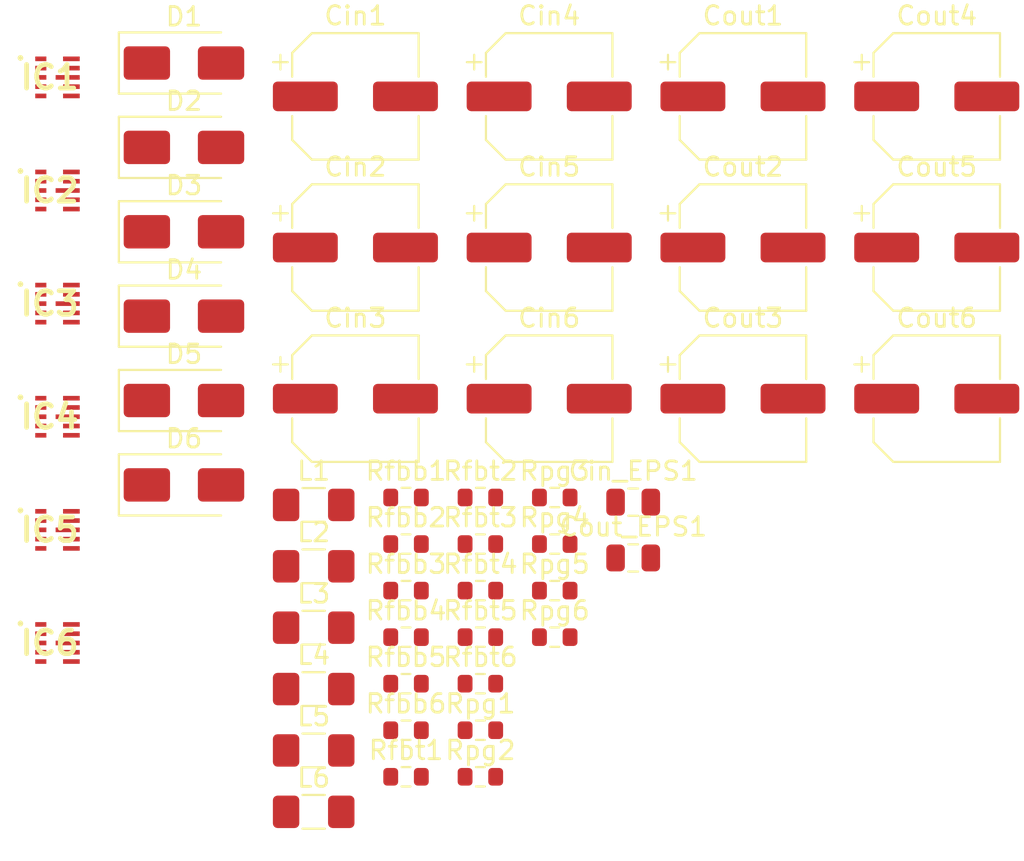
<source format=kicad_pcb>
(kicad_pcb (version 20241229) (generator "pcbnew") (generator_version "9.0")
  (layers (0 "F.Cu" signal) (2 "B.Cu" signal) (13 "F.Paste" user) (15 "B.Paste" user) (5 "F.SilkS" user "F.Silkscreen") (7 "B.SilkS" user "B.Silkscreen") (1 "F.Mask" user) (3 "B.Mask" user) (25 "Edge.Cuts" user))
  (net 0 "")
  (net 1 "GND")
  (net 2 "Vin_EPS")
  (net 3 "Net-(D2-A)")
  (net 4 "Net-(IC1-L2)")
  (net 5 "Net-(IC1-PG)")
  (net 6 "Net-(IC1-FB)")
  (net 7 "Net-(IC1-L1)")
  (net 8 "Net-(IC2-L2)")
  (net 9 "Net-(IC2-FB)")
  (net 10 "Net-(IC2-L1)")
  (net 11 "Net-(IC2-PG)")
  (net 12 "Net-(IC3-L1)")
  (net 13 "Net-(IC3-L2)")
  (net 14 "Net-(IC3-FB)")
  (net 15 "Net-(IC3-PG)")
  (net 16 "Net-(IC4-PG)")
  (net 17 "Net-(IC4-FB)")
  (net 18 "Net-(IC4-L2)")
  (net 19 "Net-(IC4-L1)")
  (net 20 "Net-(IC5-L1)")
  (net 21 "Net-(IC5-PG)")
  (net 22 "Net-(IC5-FB)")
  (net 23 "Net-(IC5-L2)")
  (net 24 "Net-(IC6-L2)")
  (net 25 "Net-(IC6-FB)")
  (net 26 "Net-(IC6-PG)")
  (net 27 "Net-(IC6-L1)")
  (net 28 "Vout_EPS")
  (net 29 "Net-(D3-A)")
  (net 30 "Net-(D4-A)")
  (net 31 "Net-(D5-A)")
  (net 32 "Net-(D1-A)")
  (net 33 "Net-(D6-A)")
  (footprint "Inductor_SMD:L_1206_3216Metric_Pad1.42x1.75mm_HandSolder" (layer "F.Cu") (at 129.885 97.632)
    (property "Reference" "L4" (at 0 -1.83 0) (layer "F.SilkS"))
    (property "Value" "470nH")
    (fp_line (start -0.602064 -0.91) (end 0.602064 -0.91) (stroke (width 0.12)) (layer "F.SilkS"))
    (fp_line (start -0.602064 0.91) (end 0.602064 0.91) (stroke (width 0.12)) (layer "F.SilkS"))
    (pad "1" smd roundrect (at -1.4875 0) (size 1.425 1.75) (layers "F.Cu" "F.Mask" "F.Paste") (roundrect_rratio 0.175439) (net 18 "Net-(IC4-L2)"))
    (pad "2" smd roundrect (at 1.4875 0) (size 1.425 1.75) (layers "F.Cu" "F.Mask" "F.Paste") (roundrect_rratio 0.175439) (net 19 "Net-(IC4-L1)"))
  )
  (footprint "Capacitor_SMD:CP_Elec_6.3x4.5" (layer "F.Cu") (at 153.035 81.972)
    (property "Reference" "Cout3" (at 0 -4.35 0) (layer "F.SilkS"))
    (property "Value" "22uF")
    (fp_line (start -4.4375 -1.8475) (end -3.65 -1.8475) (stroke (width 0.12)) (layer "F.SilkS"))
    (fp_line (start -4.04375 -2.24125) (end -4.04375 -1.45375) (stroke (width 0.12)) (layer "F.SilkS"))
    (fp_line (start -3.41 -2.345563) (end -3.41 -1.06) (stroke (width 0.12)) (layer "F.SilkS"))
    (fp_line (start -3.41 -2.345563) (end -2.345563 -3.41) (stroke (width 0.12)) (layer "F.SilkS"))
    (fp_line (start -3.41 2.345563) (end -3.41 1.06) (stroke (width 0.12)) (layer "F.SilkS"))
    (fp_line (start -3.41 2.345563) (end -2.345563 3.41) (stroke (width 0.12)) (layer "F.SilkS"))
    (fp_line (start -2.345563 -3.41) (end 3.41 -3.41) (stroke (width 0.12)) (layer "F.SilkS"))
    (fp_line (start -2.345563 3.41) (end 3.41 3.41) (stroke (width 0.12)) (layer "F.SilkS"))
    (fp_line (start 3.41 -3.41) (end 3.41 -1.06) (stroke (width 0.12)) (layer "F.SilkS"))
    (fp_line (start 3.41 3.41) (end 3.41 1.06) (stroke (width 0.12)) (layer "F.SilkS"))
    (pad "1" smd roundrect (at -2.7 0) (size 3.5 1.6) (layers "F.Cu" "F.Mask" "F.Paste") (roundrect_rratio 0.15625) (net 30 "Net-(D4-A)"))
    (pad "2" smd roundrect (at 2.7 0) (size 3.5 1.6) (layers "F.Cu" "F.Mask" "F.Paste") (roundrect_rratio 0.15625) (net 1 "GND"))
  )
  (footprint "Diode_SMD:D_SMA" (layer "F.Cu") (at 122.89 63.872)
    (property "Reference" "D1" (at 0 -2.5 0) (layer "F.SilkS"))
    (property "Value" "SS14")
    (fp_line (start -3.51 -1.65) (end -3.51 1.65) (stroke (width 0.12)) (layer "F.SilkS"))
    (fp_line (start -3.51 -1.65) (end 2 -1.65) (stroke (width 0.12)) (layer "F.SilkS"))
    (fp_line (start -3.51 1.65) (end 2 1.65) (stroke (width 0.12)) (layer "F.SilkS"))
    (pad "1" smd roundrect (at -2 0) (size 2.5 1.8) (layers "F.Cu" "F.Mask" "F.Paste") (roundrect_rratio 0.1388888889) (net 28 "Vout_EPS"))
    (pad "2" smd roundrect (at 2 0) (size 2.5 1.8) (layers "F.Cu" "F.Mask" "F.Paste") (roundrect_rratio 0.1388888889) (net 32 "Net-(D1-A)"))
  )
  (footprint "Capacitor_SMD:CP_Elec_6.3x4.5" (layer "F.Cu") (at 132.135 73.822)
    (property "Reference" "Cin2" (at 0 -4.35 0) (layer "F.SilkS"))
    (property "Value" "22uF")
    (fp_line (start -4.4375 -1.8475) (end -3.65 -1.8475) (stroke (width 0.12)) (layer "F.SilkS"))
    (fp_line (start -4.04375 -2.24125) (end -4.04375 -1.45375) (stroke (width 0.12)) (layer "F.SilkS"))
    (fp_line (start -3.41 -2.345563) (end -3.41 -1.06) (stroke (width 0.12)) (layer "F.SilkS"))
    (fp_line (start -3.41 -2.345563) (end -2.345563 -3.41) (stroke (width 0.12)) (layer "F.SilkS"))
    (fp_line (start -3.41 2.345563) (end -3.41 1.06) (stroke (width 0.12)) (layer "F.SilkS"))
    (fp_line (start -3.41 2.345563) (end -2.345563 3.41) (stroke (width 0.12)) (layer "F.SilkS"))
    (fp_line (start -2.345563 -3.41) (end 3.41 -3.41) (stroke (width 0.12)) (layer "F.SilkS"))
    (fp_line (start -2.345563 3.41) (end 3.41 3.41) (stroke (width 0.12)) (layer "F.SilkS"))
    (fp_line (start 3.41 -3.41) (end 3.41 -1.06) (stroke (width 0.12)) (layer "F.SilkS"))
    (fp_line (start 3.41 3.41) (end 3.41 1.06) (stroke (width 0.12)) (layer "F.SilkS"))
    (pad "1" smd roundrect (at -2.7 0) (size 3.5 1.6) (layers "F.Cu" "F.Mask" "F.Paste") (roundrect_rratio 0.15625) (net 2 "Vin_EPS"))
    (pad "2" smd roundrect (at 2.7 0) (size 3.5 1.6) (layers "F.Cu" "F.Mask" "F.Paste") (roundrect_rratio 0.15625) (net 1 "GND"))
  )
  (footprint "Resistor_SMD:R_0603_1608Metric" (layer "F.Cu") (at 134.865 99.852)
    (property "Reference" "Rfbb6" (at 0 -1.43 0) (layer "F.SilkS"))
    (property "Value" "91000")
    (fp_line (start -0.237258 -0.5225) (end 0.237258 -0.5225) (stroke (width 0.12)) (layer "F.SilkS"))
    (fp_line (start -0.237258 0.5225) (end 0.237258 0.5225) (stroke (width 0.12)) (layer "F.SilkS"))
    (pad "1" smd roundrect (at -0.825 0) (size 0.8 0.95) (layers "F.Cu" "F.Mask" "F.Paste") (net 25 "Net-(IC6-FB)"))
    (pad "2" smd roundrect (at 0.825 0) (size 0.8 0.95) (layers "F.Cu" "F.Mask" "F.Paste") (net 1 "GND"))
  )
  (footprint "Capacitor_SMD:CP_Elec_6.3x4.5" (layer "F.Cu") (at 132.135 81.972)
    (property "Reference" "Cin3" (at 0 -4.35 0) (layer "F.SilkS"))
    (property "Value" "22uF")
    (fp_line (start -4.4375 -1.8475) (end -3.65 -1.8475) (stroke (width 0.12)) (layer "F.SilkS"))
    (fp_line (start -4.04375 -2.24125) (end -4.04375 -1.45375) (stroke (width 0.12)) (layer "F.SilkS"))
    (fp_line (start -3.41 -2.345563) (end -3.41 -1.06) (stroke (width 0.12)) (layer "F.SilkS"))
    (fp_line (start -3.41 -2.345563) (end -2.345563 -3.41) (stroke (width 0.12)) (layer "F.SilkS"))
    (fp_line (start -3.41 2.345563) (end -3.41 1.06) (stroke (width 0.12)) (layer "F.SilkS"))
    (fp_line (start -3.41 2.345563) (end -2.345563 3.41) (stroke (width 0.12)) (layer "F.SilkS"))
    (fp_line (start -2.345563 -3.41) (end 3.41 -3.41) (stroke (width 0.12)) (layer "F.SilkS"))
    (fp_line (start -2.345563 3.41) (end 3.41 3.41) (stroke (width 0.12)) (layer "F.SilkS"))
    (fp_line (start 3.41 -3.41) (end 3.41 -1.06) (stroke (width 0.12)) (layer "F.SilkS"))
    (fp_line (start 3.41 3.41) (end 3.41 1.06) (stroke (width 0.12)) (layer "F.SilkS"))
    (pad "1" smd roundrect (at -2.7 0) (size 3.5 1.6) (layers "F.Cu" "F.Mask" "F.Paste") (roundrect_rratio 0.15625) (net 2 "Vin_EPS"))
    (pad "2" smd roundrect (at 2.7 0) (size 3.5 1.6) (layers "F.Cu" "F.Mask" "F.Paste") (roundrect_rratio 0.15625) (net 1 "GND"))
  )
  (footprint "Capacitor_SMD:CP_Elec_6.3x4.5" (layer "F.Cu") (at 132.135 65.672)
    (property "Reference" "Cin1" (at 0 -4.35 0) (layer "F.SilkS"))
    (property "Value" "22uF")
    (fp_line (start -4.4375 -1.8475) (end -3.65 -1.8475) (stroke (width 0.12)) (layer "F.SilkS"))
    (fp_line (start -4.04375 -2.24125) (end -4.04375 -1.45375) (stroke (width 0.12)) (layer "F.SilkS"))
    (fp_line (start -3.41 -2.345563) (end -3.41 -1.06) (stroke (width 0.12)) (layer "F.SilkS"))
    (fp_line (start -3.41 -2.345563) (end -2.345563 -3.41) (stroke (width 0.12)) (layer "F.SilkS"))
    (fp_line (start -3.41 2.345563) (end -3.41 1.06) (stroke (width 0.12)) (layer "F.SilkS"))
    (fp_line (start -3.41 2.345563) (end -2.345563 3.41) (stroke (width 0.12)) (layer "F.SilkS"))
    (fp_line (start -2.345563 -3.41) (end 3.41 -3.41) (stroke (width 0.12)) (layer "F.SilkS"))
    (fp_line (start -2.345563 3.41) (end 3.41 3.41) (stroke (width 0.12)) (layer "F.SilkS"))
    (fp_line (start 3.41 -3.41) (end 3.41 -1.06) (stroke (width 0.12)) (layer "F.SilkS"))
    (fp_line (start 3.41 3.41) (end 3.41 1.06) (stroke (width 0.12)) (layer "F.SilkS"))
    (pad "1" smd roundrect (at -2.7 0) (size 3.5 1.6) (layers "F.Cu" "F.Mask" "F.Paste") (roundrect_rratio 0.15625) (net 2 "Vin_EPS"))
    (pad "2" smd roundrect (at 2.7 0) (size 3.5 1.6) (layers "F.Cu" "F.Mask" "F.Paste") (roundrect_rratio 0.15625) (net 1 "GND"))
  )
  (footprint "Capacitor_SMD:CP_Elec_6.3x4.5" (layer "F.Cu") (at 142.585 65.672)
    (property "Reference" "Cin4" (at 0 -4.35 0) (layer "F.SilkS"))
    (property "Value" "22uF")
    (fp_line (start -4.4375 -1.8475) (end -3.65 -1.8475) (stroke (width 0.12)) (layer "F.SilkS"))
    (fp_line (start -4.04375 -2.24125) (end -4.04375 -1.45375) (stroke (width 0.12)) (layer "F.SilkS"))
    (fp_line (start -3.41 -2.345563) (end -3.41 -1.06) (stroke (width 0.12)) (layer "F.SilkS"))
    (fp_line (start -3.41 -2.345563) (end -2.345563 -3.41) (stroke (width 0.12)) (layer "F.SilkS"))
    (fp_line (start -3.41 2.345563) (end -3.41 1.06) (stroke (width 0.12)) (layer "F.SilkS"))
    (fp_line (start -3.41 2.345563) (end -2.345563 3.41) (stroke (width 0.12)) (layer "F.SilkS"))
    (fp_line (start -2.345563 -3.41) (end 3.41 -3.41) (stroke (width 0.12)) (layer "F.SilkS"))
    (fp_line (start -2.345563 3.41) (end 3.41 3.41) (stroke (width 0.12)) (layer "F.SilkS"))
    (fp_line (start 3.41 -3.41) (end 3.41 -1.06) (stroke (width 0.12)) (layer "F.SilkS"))
    (fp_line (start 3.41 3.41) (end 3.41 1.06) (stroke (width 0.12)) (layer "F.SilkS"))
    (pad "1" smd roundrect (at -2.7 0) (size 3.5 1.6) (layers "F.Cu" "F.Mask" "F.Paste") (roundrect_rratio 0.15625) (net 2 "Vin_EPS"))
    (pad "2" smd roundrect (at 2.7 0) (size 3.5 1.6) (layers "F.Cu" "F.Mask" "F.Paste") (roundrect_rratio 0.15625) (net 1 "GND"))
  )
  (footprint "Inductor_SMD:L_1206_3216Metric_Pad1.42x1.75mm_HandSolder" (layer "F.Cu") (at 129.885 104.252)
    (property "Reference" "L6" (at 0 -1.83 0) (layer "F.SilkS"))
    (property "Value" "470nH")
    (fp_line (start -0.602064 -0.91) (end 0.602064 -0.91) (stroke (width 0.12)) (layer "F.SilkS"))
    (fp_line (start -0.602064 0.91) (end 0.602064 0.91) (stroke (width 0.12)) (layer "F.SilkS"))
    (pad "1" smd roundrect (at -1.4875 0) (size 1.425 1.75) (layers "F.Cu" "F.Mask" "F.Paste") (roundrect_rratio 0.175439) (net 24 "Net-(IC6-L2)"))
    (pad "2" smd roundrect (at 1.4875 0) (size 1.425 1.75) (layers "F.Cu" "F.Mask" "F.Paste") (roundrect_rratio 0.175439) (net 27 "Net-(IC6-L1)"))
  )
  (footprint "Resistor_SMD:R_0603_1608Metric" (layer "F.Cu") (at 142.885 87.302)
    (property "Reference" "Rpg3" (at 0 -1.43 0) (layer "F.SilkS"))
    (property "Value" "100000")
    (fp_line (start -0.237258 -0.5225) (end 0.237258 -0.5225) (stroke (width 0.12)) (layer "F.SilkS"))
    (fp_line (start -0.237258 0.5225) (end 0.237258 0.5225) (stroke (width 0.12)) (layer "F.SilkS"))
    (pad "1" smd roundrect (at -0.825 0) (size 0.8 0.95) (layers "F.Cu" "F.Mask" "F.Paste") (net 30 "Net-(D4-A)"))
    (pad "2" smd roundrect (at 0.825 0) (size 0.8 0.95) (layers "F.Cu" "F.Mask" "F.Paste") (net 15 "Net-(IC3-PG)"))
  )
  (footprint "Resistor_SMD:R_0603_1608Metric" (layer "F.Cu") (at 134.865 87.302)
    (property "Reference" "Rfbb1" (at 0 -1.43 0) (layer "F.SilkS"))
    (property "Value" "91000")
    (fp_line (start -0.237258 -0.5225) (end 0.237258 -0.5225) (stroke (width 0.12)) (layer "F.SilkS"))
    (fp_line (start -0.237258 0.5225) (end 0.237258 0.5225) (stroke (width 0.12)) (layer "F.SilkS"))
    (pad "1" smd roundrect (at -0.825 0) (size 0.8 0.95) (layers "F.Cu" "F.Mask" "F.Paste") (net 6 "Net-(IC1-FB)"))
    (pad "2" smd roundrect (at 0.825 0) (size 0.8 0.95) (layers "F.Cu" "F.Mask" "F.Paste") (net 1 "GND"))
  )
  (footprint "Capacitor_SMD:C_0805_2012Metric" (layer "F.Cu") (at 147.115 90.562)
    (property "Reference" "Cout_EPS1" (at 0 -1.68 0) (layer "F.SilkS"))
    (property "Value" "10uF")
    (fp_line (start -0.261252 -0.735) (end 0.261252 -0.735) (stroke (width 0.12)) (layer "F.SilkS"))
    (fp_line (start -0.261252 0.735) (end 0.261252 0.735) (stroke (width 0.12)) (layer "F.SilkS"))
    (pad "1" smd roundrect (at -0.95 0) (size 1 1.45) (layers "F.Cu" "F.Mask" "F.Paste") (net 28 "Vout_EPS"))
    (pad "2" smd roundrect (at 0.95 0) (size 1 1.45) (layers "F.Cu" "F.Mask" "F.Paste") (net 1 "GND"))
  )
  (footprint "Diode_SMD:D_SMA" (layer "F.Cu") (at 122.89 72.972)
    (property "Reference" "D3" (at 0 -2.5 0) (layer "F.SilkS"))
    (property "Value" "SS14")
    (fp_line (start -3.51 -1.65) (end -3.51 1.65) (stroke (width 0.12)) (layer "F.SilkS"))
    (fp_line (start -3.51 -1.65) (end 2 -1.65) (stroke (width 0.12)) (layer "F.SilkS"))
    (fp_line (start -3.51 1.65) (end 2 1.65) (stroke (width 0.12)) (layer "F.SilkS"))
    (pad "1" smd roundrect (at -2 0) (size 2.5 1.8) (layers "F.Cu" "F.Mask" "F.Paste") (roundrect_rratio 0.1388888889) (net 28 "Vout_EPS"))
    (pad "2" smd roundrect (at 2 0) (size 2.5 1.8) (layers "F.Cu" "F.Mask" "F.Paste") (roundrect_rratio 0.1388888889) (net 29 "Net-(D3-A)"))
  )
  (footprint "Inductor_SMD:L_1206_3216Metric_Pad1.42x1.75mm_HandSolder" (layer "F.Cu") (at 129.885 100.942)
    (property "Reference" "L5" (at 0 -1.83 0) (layer "F.SilkS"))
    (property "Value" "470nH")
    (fp_line (start -0.602064 -0.91) (end 0.602064 -0.91) (stroke (width 0.12)) (layer "F.SilkS"))
    (fp_line (start -0.602064 0.91) (end 0.602064 0.91) (stroke (width 0.12)) (layer "F.SilkS"))
    (pad "1" smd roundrect (at -1.4875 0) (size 1.425 1.75) (layers "F.Cu" "F.Mask" "F.Paste") (roundrect_rratio 0.175439) (net 23 "Net-(IC5-L2)"))
    (pad "2" smd roundrect (at 1.4875 0) (size 1.425 1.75) (layers "F.Cu" "F.Mask" "F.Paste") (roundrect_rratio 0.175439) (net 20 "Net-(IC5-L1)"))
  )
  (footprint "Resistor_SMD:R_0603_1608Metric" (layer "F.Cu") (at 138.875 89.812)
    (property "Reference" "Rfbt3" (at 0 -1.43 0) (layer "F.SilkS"))
    (property "Value" "511000")
    (fp_line (start -0.237258 -0.5225) (end 0.237258 -0.5225) (stroke (width 0.12)) (layer "F.SilkS"))
    (fp_line (start -0.237258 0.5225) (end 0.237258 0.5225) (stroke (width 0.12)) (layer "F.SilkS"))
    (pad "1" smd roundrect (at -0.825 0) (size 0.8 0.95) (layers "F.Cu" "F.Mask" "F.Paste") (net 30 "Net-(D4-A)"))
    (pad "2" smd roundrect (at 0.825 0) (size 0.8 0.95) (layers "F.Cu" "F.Mask" "F.Paste") (net 14 "Net-(IC3-FB)"))
  )
  (footprint "Capacitor_SMD:CP_Elec_6.3x4.5" (layer "F.Cu") (at 163.485 81.972)
    (property "Reference" "Cout6" (at 0 -4.35 0) (layer "F.SilkS"))
    (property "Value" "22uF")
    (fp_line (start -4.4375 -1.8475) (end -3.65 -1.8475) (stroke (width 0.12)) (layer "F.SilkS"))
    (fp_line (start -4.04375 -2.24125) (end -4.04375 -1.45375) (stroke (width 0.12)) (layer "F.SilkS"))
    (fp_line (start -3.41 -2.345563) (end -3.41 -1.06) (stroke (width 0.12)) (layer "F.SilkS"))
    (fp_line (start -3.41 -2.345563) (end -2.345563 -3.41) (stroke (width 0.12)) (layer "F.SilkS"))
    (fp_line (start -3.41 2.345563) (end -3.41 1.06) (stroke (width 0.12)) (layer "F.SilkS"))
    (fp_line (start -3.41 2.345563) (end -2.345563 3.41) (stroke (width 0.12)) (layer "F.SilkS"))
    (fp_line (start -2.345563 -3.41) (end 3.41 -3.41) (stroke (width 0.12)) (layer "F.SilkS"))
    (fp_line (start -2.345563 3.41) (end 3.41 3.41) (stroke (width 0.12)) (layer "F.SilkS"))
    (fp_line (start 3.41 -3.41) (end 3.41 -1.06) (stroke (width 0.12)) (layer "F.SilkS"))
    (fp_line (start 3.41 3.41) (end 3.41 1.06) (stroke (width 0.12)) (layer "F.SilkS"))
    (pad "1" smd roundrect (at -2.7 0) (size 3.5 1.6) (layers "F.Cu" "F.Mask" "F.Paste") (roundrect_rratio 0.15625) (net 33 "Net-(D6-A)"))
    (pad "2" smd roundrect (at 2.7 0) (size 3.5 1.6) (layers "F.Cu" "F.Mask" "F.Paste") (roundrect_rratio 0.15625) (net 1 "GND"))
  )
  (footprint "Resistor_SMD:R_0603_1608Metric" (layer "F.Cu") (at 134.865 102.362)
    (property "Reference" "Rfbt1" (at 0 -1.43 0) (layer "F.SilkS"))
    (property "Value" "511000")
    (fp_line (start -0.237258 -0.5225) (end 0.237258 -0.5225) (stroke (width 0.12)) (layer "F.SilkS"))
    (fp_line (start -0.237258 0.5225) (end 0.237258 0.5225) (stroke (width 0.12)) (layer "F.SilkS"))
    (pad "1" smd roundrect (at -0.825 0) (size 0.8 0.95) (layers "F.Cu" "F.Mask" "F.Paste") (net 3 "Net-(D2-A)"))
    (pad "2" smd roundrect (at 0.825 0) (size 0.8 0.95) (layers "F.Cu" "F.Mask" "F.Paste") (net 6 "Net-(IC1-FB)"))
  )
  (footprint "Resistor_SMD:R_0603_1608Metric" (layer "F.Cu") (at 138.875 87.302)
    (property "Reference" "Rfbt2" (at 0 -1.43 0) (layer "F.SilkS"))
    (property "Value" "511000")
    (fp_line (start -0.237258 -0.5225) (end 0.237258 -0.5225) (stroke (width 0.12)) (layer "F.SilkS"))
    (fp_line (start -0.237258 0.5225) (end 0.237258 0.5225) (stroke (width 0.12)) (layer "F.SilkS"))
    (pad "1" smd roundrect (at -0.825 0) (size 0.8 0.95) (layers "F.Cu" "F.Mask" "F.Paste") (net 29 "Net-(D3-A)"))
    (pad "2" smd roundrect (at 0.825 0) (size 0.8 0.95) (layers "F.Cu" "F.Mask" "F.Paste") (net 9 "Net-(IC2-FB)"))
  )
  (footprint "Diode_SMD:D_SMA" (layer "F.Cu") (at 122.89 82.072)
    (property "Reference" "D5" (at 0 -2.5 0) (layer "F.SilkS"))
    (property "Value" "SS14")
    (fp_line (start -3.51 -1.65) (end -3.51 1.65) (stroke (width 0.12)) (layer "F.SilkS"))
    (fp_line (start -3.51 -1.65) (end 2 -1.65) (stroke (width 0.12)) (layer "F.SilkS"))
    (fp_line (start -3.51 1.65) (end 2 1.65) (stroke (width 0.12)) (layer "F.SilkS"))
    (pad "1" smd roundrect (at -2 0) (size 2.5 1.8) (layers "F.Cu" "F.Mask" "F.Paste") (roundrect_rratio 0.1388888889) (net 28 "Vout_EPS"))
    (pad "2" smd roundrect (at 2 0) (size 2.5 1.8) (layers "F.Cu" "F.Mask" "F.Paste") (roundrect_rratio 0.1388888889) (net 31 "Net-(D5-A)"))
  )
  (footprint "Diode_SMD:D_SMA" (layer "F.Cu") (at 122.89 77.522)
    (property "Reference" "D4" (at 0 -2.5 0) (layer "F.SilkS"))
    (property "Value" "SS14")
    (fp_line (start -3.51 -1.65) (end -3.51 1.65) (stroke (width 0.12)) (layer "F.SilkS"))
    (fp_line (start -3.51 -1.65) (end 2 -1.65) (stroke (width 0.12)) (layer "F.SilkS"))
    (fp_line (start -3.51 1.65) (end 2 1.65) (stroke (width 0.12)) (layer "F.SilkS"))
    (pad "1" smd roundrect (at -2 0) (size 2.5 1.8) (layers "F.Cu" "F.Mask" "F.Paste") (roundrect_rratio 0.1388888889) (net 28 "Vout_EPS"))
    (pad "2" smd roundrect (at 2 0) (size 2.5 1.8) (layers "F.Cu" "F.Mask" "F.Paste") (roundrect_rratio 0.1388888889) (net 30 "Net-(D4-A)"))
  )
  (footprint "Inductor_SMD:L_1206_3216Metric_Pad1.42x1.75mm_HandSolder" (layer "F.Cu") (at 129.885 94.322)
    (property "Reference" "L3" (at 0 -1.83 0) (layer "F.SilkS"))
    (property "Value" "470nH")
    (fp_line (start -0.602064 -0.91) (end 0.602064 -0.91) (stroke (width 0.12)) (layer "F.SilkS"))
    (fp_line (start -0.602064 0.91) (end 0.602064 0.91) (stroke (width 0.12)) (layer "F.SilkS"))
    (pad "1" smd roundrect (at -1.4875 0) (size 1.425 1.75) (layers "F.Cu" "F.Mask" "F.Paste") (roundrect_rratio 0.175439) (net 13 "Net-(IC3-L2)"))
    (pad "2" smd roundrect (at 1.4875 0) (size 1.425 1.75) (layers "F.Cu" "F.Mask" "F.Paste") (roundrect_rratio 0.175439) (net 12 "Net-(IC3-L1)"))
  )
  (footprint "Resistor_SMD:R_0603_1608Metric" (layer "F.Cu") (at 142.885 89.812)
    (property "Reference" "Rpg4" (at 0 -1.43 0) (layer "F.SilkS"))
    (property "Value" "100000")
    (fp_line (start -0.237258 -0.5225) (end 0.237258 -0.5225) (stroke (width 0.12)) (layer "F.SilkS"))
    (fp_line (start -0.237258 0.5225) (end 0.237258 0.5225) (stroke (width 0.12)) (layer "F.SilkS"))
    (pad "1" smd roundrect (at -0.825 0) (size 0.8 0.95) (layers "F.Cu" "F.Mask" "F.Paste") (net 31 "Net-(D5-A)"))
    (pad "2" smd roundrect (at 0.825 0) (size 0.8 0.95) (layers "F.Cu" "F.Mask" "F.Paste") (net 16 "Net-(IC4-PG)"))
  )
  (footprint "SamacSys_Parts:TPS63802DLAT" (layer "F.Cu") (at 116.07 95.147)
    (property "Reference" "IC6" (at -0.425 0 0) (layer "F.SilkS") (effects (font (size 1.27 1.27) (thickness 0.254))))
    (property "Value" "TPS63802DLAT" (hide yes))
    (fp_line (start -2 -1.1) (end -2 -1.1) (stroke (width 0.2)) (layer "F.SilkS"))
    (fp_line (start -2 -1) (end -2 -1) (stroke (width 0.2)) (layer "F.SilkS"))
    (fp_line (start -2 -1) (end -2 -1) (stroke (width 0.2)) (layer "F.SilkS"))
    (fp_arc (start -2 -1.1) (mid -1.95 -1.05) (end -2 -1) (stroke (width 0.2)) (layer "F.SilkS"))
    (fp_arc (start -2 -1.1) (mid -1.95 -1.05) (end -2 -1) (stroke (width 0.2)) (layer "F.SilkS"))
    (fp_arc (start -2 -1) (mid -2.05 -1.05) (end -2 -1.1) (stroke (width 0.2)) (layer "F.SilkS"))
    (pad "1" smd rect (at -0.9 -1 90) (size 0.25 0.6) (layers "F.Cu" "F.Mask" "F.Paste") (net 2 "Vin_EPS"))
    (pad "2" smd rect (at -0.9 -0.5 90) (size 0.25 0.6) (layers "F.Cu" "F.Mask" "F.Paste") (net 1 "GND"))
    (pad "3" smd rect (at -0.9 0 90) (size 0.25 0.6) (layers "F.Cu" "F.Mask" "F.Paste") (net 1 "GND"))
    (pad "4" smd rect (at -0.9 0.5 90) (size 0.25 0.6) (layers "F.Cu" "F.Mask" "F.Paste") (net 25 "Net-(IC6-FB)"))
    (pad "5" smd rect (at -0.9 1 90) (size 0.25 0.6) (layers "F.Cu" "F.Mask" "F.Paste") (net 26 "Net-(IC6-PG)"))
    (pad "6" smd rect (at 0.75 1 90) (size 0.25 0.9) (layers "F.Cu" "F.Mask" "F.Paste") (net 33 "Net-(D6-A)"))
    (pad "7" smd rect (at 0.75 0.5 90) (size 0.25 0.9) (layers "F.Cu" "F.Mask" "F.Paste") (net 24 "Net-(IC6-L2)"))
    (pad "8" smd rect (at 0.55 0 90) (size 0.25 1.3) (layers "F.Cu" "F.Mask" "F.Paste") (net 1 "GND"))
    (pad "9" smd rect (at 0.75 -0.5 90) (size 0.25 0.9) (layers "F.Cu" "F.Mask" "F.Paste") (net 27 "Net-(IC6-L1)"))
    (pad "10" smd rect (at 0.75 -1 90) (size 0.25 0.9) (layers "F.Cu" "F.Mask" "F.Paste") (net 2 "Vin_EPS"))
  )
  (footprint "Capacitor_SMD:CP_Elec_6.3x4.5" (layer "F.Cu") (at 142.585 73.822)
    (property "Reference" "Cin5" (at 0 -4.35 0) (layer "F.SilkS"))
    (property "Value" "22uF")
    (fp_line (start -4.4375 -1.8475) (end -3.65 -1.8475) (stroke (width 0.12)) (layer "F.SilkS"))
    (fp_line (start -4.04375 -2.24125) (end -4.04375 -1.45375) (stroke (width 0.12)) (layer "F.SilkS"))
    (fp_line (start -3.41 -2.345563) (end -3.41 -1.06) (stroke (width 0.12)) (layer "F.SilkS"))
    (fp_line (start -3.41 -2.345563) (end -2.345563 -3.41) (stroke (width 0.12)) (layer "F.SilkS"))
    (fp_line (start -3.41 2.345563) (end -3.41 1.06) (stroke (width 0.12)) (layer "F.SilkS"))
    (fp_line (start -3.41 2.345563) (end -2.345563 3.41) (stroke (width 0.12)) (layer "F.SilkS"))
    (fp_line (start -2.345563 -3.41) (end 3.41 -3.41) (stroke (width 0.12)) (layer "F.SilkS"))
    (fp_line (start -2.345563 3.41) (end 3.41 3.41) (stroke (width 0.12)) (layer "F.SilkS"))
    (fp_line (start 3.41 -3.41) (end 3.41 -1.06) (stroke (width 0.12)) (layer "F.SilkS"))
    (fp_line (start 3.41 3.41) (end 3.41 1.06) (stroke (width 0.12)) (layer "F.SilkS"))
    (pad "1" smd roundrect (at -2.7 0) (size 3.5 1.6) (layers "F.Cu" "F.Mask" "F.Paste") (roundrect_rratio 0.15625) (net 2 "Vin_EPS"))
    (pad "2" smd roundrect (at 2.7 0) (size 3.5 1.6) (layers "F.Cu" "F.Mask" "F.Paste") (roundrect_rratio 0.15625) (net 1 "GND"))
  )
  (footprint "Capacitor_SMD:CP_Elec_6.3x4.5" (layer "F.Cu") (at 163.485 65.672)
    (property "Reference" "Cout4" (at 0 -4.35 0) (layer "F.SilkS"))
    (property "Value" "22uF")
    (fp_line (start -4.4375 -1.8475) (end -3.65 -1.8475) (stroke (width 0.12)) (layer "F.SilkS"))
    (fp_line (start -4.04375 -2.24125) (end -4.04375 -1.45375) (stroke (width 0.12)) (layer "F.SilkS"))
    (fp_line (start -3.41 -2.345563) (end -3.41 -1.06) (stroke (width 0.12)) (layer "F.SilkS"))
    (fp_line (start -3.41 -2.345563) (end -2.345563 -3.41) (stroke (width 0.12)) (layer "F.SilkS"))
    (fp_line (start -3.41 2.345563) (end -3.41 1.06) (stroke (width 0.12)) (layer "F.SilkS"))
    (fp_line (start -3.41 2.345563) (end -2.345563 3.41) (stroke (width 0.12)) (layer "F.SilkS"))
    (fp_line (start -2.345563 -3.41) (end 3.41 -3.41) (stroke (width 0.12)) (layer "F.SilkS"))
    (fp_line (start -2.345563 3.41) (end 3.41 3.41) (stroke (width 0.12)) (layer "F.SilkS"))
    (fp_line (start 3.41 -3.41) (end 3.41 -1.06) (stroke (width 0.12)) (layer "F.SilkS"))
    (fp_line (start 3.41 3.41) (end 3.41 1.06) (stroke (width 0.12)) (layer "F.SilkS"))
    (pad "1" smd roundrect (at -2.7 0) (size 3.5 1.6) (layers "F.Cu" "F.Mask" "F.Paste") (roundrect_rratio 0.15625) (net 31 "Net-(D5-A)"))
    (pad "2" smd roundrect (at 2.7 0) (size 3.5 1.6) (layers "F.Cu" "F.Mask" "F.Paste") (roundrect_rratio 0.15625) (net 1 "GND"))
  )
  (footprint "Resistor_SMD:R_0603_1608Metric" (layer "F.Cu") (at 134.865 92.322)
    (property "Reference" "Rfbb3" (at 0 -1.43 0) (layer "F.SilkS"))
    (property "Value" "91000")
    (fp_line (start -0.237258 -0.5225) (end 0.237258 -0.5225) (stroke (width 0.12)) (layer "F.SilkS"))
    (fp_line (start -0.237258 0.5225) (end 0.237258 0.5225) (stroke (width 0.12)) (layer "F.SilkS"))
    (pad "1" smd roundrect (at -0.825 0) (size 0.8 0.95) (layers "F.Cu" "F.Mask" "F.Paste") (net 14 "Net-(IC3-FB)"))
    (pad "2" smd roundrect (at 0.825 0) (size 0.8 0.95) (layers "F.Cu" "F.Mask" "F.Paste") (net 1 "GND"))
  )
  (footprint "Inductor_SMD:L_1206_3216Metric_Pad1.42x1.75mm_HandSolder" (layer "F.Cu") (at 129.885 87.702)
    (property "Reference" "L1" (at 0 -1.83 0) (layer "F.SilkS"))
    (property "Value" "470nH")
    (fp_line (start -0.602064 -0.91) (end 0.602064 -0.91) (stroke (width 0.12)) (layer "F.SilkS"))
    (fp_line (start -0.602064 0.91) (end 0.602064 0.91) (stroke (width 0.12)) (layer "F.SilkS"))
    (pad "1" smd roundrect (at -1.4875 0) (size 1.425 1.75) (layers "F.Cu" "F.Mask" "F.Paste") (roundrect_rratio 0.175439) (net 4 "Net-(IC1-L2)"))
    (pad "2" smd roundrect (at 1.4875 0) (size 1.425 1.75) (layers "F.Cu" "F.Mask" "F.Paste") (roundrect_rratio 0.175439) (net 7 "Net-(IC1-L1)"))
  )
  (footprint "Resistor_SMD:R_0603_1608Metric" (layer "F.Cu") (at 138.875 102.362)
    (property "Reference" "Rpg2" (at 0 -1.43 0) (layer "F.SilkS"))
    (property "Value" "100000")
    (fp_line (start -0.237258 -0.5225) (end 0.237258 -0.5225) (stroke (width 0.12)) (layer "F.SilkS"))
    (fp_line (start -0.237258 0.5225) (end 0.237258 0.5225) (stroke (width 0.12)) (layer "F.SilkS"))
    (pad "1" smd roundrect (at -0.825 0) (size 0.8 0.95) (layers "F.Cu" "F.Mask" "F.Paste") (net 29 "Net-(D3-A)"))
    (pad "2" smd roundrect (at 0.825 0) (size 0.8 0.95) (layers "F.Cu" "F.Mask" "F.Paste") (net 11 "Net-(IC2-PG)"))
  )
  (footprint "SamacSys_Parts:TPS63802DLAT" (layer "F.Cu") (at 116.07 64.647)
    (property "Reference" "IC1" (at -0.425 0 0) (layer "F.SilkS") (effects (font (size 1.27 1.27) (thickness 0.254))))
    (property "Value" "TPS63802DLAT" (hide yes))
    (fp_line (start -2 -1.1) (end -2 -1.1) (stroke (width 0.2)) (layer "F.SilkS"))
    (fp_line (start -2 -1) (end -2 -1) (stroke (width 0.2)) (layer "F.SilkS"))
    (fp_line (start -2 -1) (end -2 -1) (stroke (width 0.2)) (layer "F.SilkS"))
    (fp_arc (start -2 -1.1) (mid -1.95 -1.05) (end -2 -1) (stroke (width 0.2)) (layer "F.SilkS"))
    (fp_arc (start -2 -1.1) (mid -1.95 -1.05) (end -2 -1) (stroke (width 0.2)) (layer "F.SilkS"))
    (fp_arc (start -2 -1) (mid -2.05 -1.05) (end -2 -1.1) (stroke (width 0.2)) (layer "F.SilkS"))
    (pad "1" smd rect (at -0.9 -1 90) (size 0.25 0.6) (layers "F.Cu" "F.Mask" "F.Paste") (net 2 "Vin_EPS"))
    (pad "2" smd rect (at -0.9 -0.5 90) (size 0.25 0.6) (layers "F.Cu" "F.Mask" "F.Paste") (net 1 "GND"))
    (pad "3" smd rect (at -0.9 0 90) (size 0.25 0.6) (layers "F.Cu" "F.Mask" "F.Paste") (net 1 "GND"))
    (pad "4" smd rect (at -0.9 0.5 90) (size 0.25 0.6) (layers "F.Cu" "F.Mask" "F.Paste") (net 6 "Net-(IC1-FB)"))
    (pad "5" smd rect (at -0.9 1 90) (size 0.25 0.6) (layers "F.Cu" "F.Mask" "F.Paste") (net 5 "Net-(IC1-PG)"))
    (pad "6" smd rect (at 0.75 1 90) (size 0.25 0.9) (layers "F.Cu" "F.Mask" "F.Paste") (net 3 "Net-(D2-A)"))
    (pad "7" smd rect (at 0.75 0.5 90) (size 0.25 0.9) (layers "F.Cu" "F.Mask" "F.Paste") (net 4 "Net-(IC1-L2)"))
    (pad "8" smd rect (at 0.55 0 90) (size 0.25 1.3) (layers "F.Cu" "F.Mask" "F.Paste") (net 1 "GND"))
    (pad "9" smd rect (at 0.75 -0.5 90) (size 0.25 0.9) (layers "F.Cu" "F.Mask" "F.Paste") (net 7 "Net-(IC1-L1)"))
    (pad "10" smd rect (at 0.75 -1 90) (size 0.25 0.9) (layers "F.Cu" "F.Mask" "F.Paste") (net 2 "Vin_EPS"))
  )
  (footprint "Capacitor_SMD:CP_Elec_6.3x4.5" (layer "F.Cu") (at 142.585 81.972)
    (property "Reference" "Cin6" (at 0 -4.35 0) (layer "F.SilkS"))
    (property "Value" "22uF")
    (fp_line (start -4.4375 -1.8475) (end -3.65 -1.8475) (stroke (width 0.12)) (layer "F.SilkS"))
    (fp_line (start -4.04375 -2.24125) (end -4.04375 -1.45375) (stroke (width 0.12)) (layer "F.SilkS"))
    (fp_line (start -3.41 -2.345563) (end -3.41 -1.06) (stroke (width 0.12)) (layer "F.SilkS"))
    (fp_line (start -3.41 -2.345563) (end -2.345563 -3.41) (stroke (width 0.12)) (layer "F.SilkS"))
    (fp_line (start -3.41 2.345563) (end -3.41 1.06) (stroke (width 0.12)) (layer "F.SilkS"))
    (fp_line (start -3.41 2.345563) (end -2.345563 3.41) (stroke (width 0.12)) (layer "F.SilkS"))
    (fp_line (start -2.345563 -3.41) (end 3.41 -3.41) (stroke (width 0.12)) (layer "F.SilkS"))
    (fp_line (start -2.345563 3.41) (end 3.41 3.41) (stroke (width 0.12)) (layer "F.SilkS"))
    (fp_line (start 3.41 -3.41) (end 3.41 -1.06) (stroke (width 0.12)) (layer "F.SilkS"))
    (fp_line (start 3.41 3.41) (end 3.41 1.06) (stroke (width 0.12)) (layer "F.SilkS"))
    (pad "1" smd roundrect (at -2.7 0) (size 3.5 1.6) (layers "F.Cu" "F.Mask" "F.Paste") (roundrect_rratio 0.15625) (net 2 "Vin_EPS"))
    (pad "2" smd roundrect (at 2.7 0) (size 3.5 1.6) (layers "F.Cu" "F.Mask" "F.Paste") (roundrect_rratio 0.15625) (net 1 "GND"))
  )
  (footprint "SamacSys_Parts:TPS63802DLAT" (layer "F.Cu") (at 116.07 82.947)
    (property "Reference" "IC4" (at -0.425 0 0) (layer "F.SilkS") (effects (font (size 1.27 1.27) (thickness 0.254))))
    (property "Value" "TPS63802DLAT" (hide yes))
    (fp_line (start -2 -1.1) (end -2 -1.1) (stroke (width 0.2)) (layer "F.SilkS"))
    (fp_line (start -2 -1) (end -2 -1) (stroke (width 0.2)) (layer "F.SilkS"))
    (fp_line (start -2 -1) (end -2 -1) (stroke (width 0.2)) (layer "F.SilkS"))
    (fp_arc (start -2 -1.1) (mid -1.95 -1.05) (end -2 -1) (stroke (width 0.2)) (layer "F.SilkS"))
    (fp_arc (start -2 -1.1) (mid -1.95 -1.05) (end -2 -1) (stroke (width 0.2)) (layer "F.SilkS"))
    (fp_arc (start -2 -1) (mid -2.05 -1.05) (end -2 -1.1) (stroke (width 0.2)) (layer "F.SilkS"))
    (pad "1" smd rect (at -0.9 -1 90) (size 0.25 0.6) (layers "F.Cu" "F.Mask" "F.Paste") (net 2 "Vin_EPS"))
    (pad "2" smd rect (at -0.9 -0.5 90) (size 0.25 0.6) (layers "F.Cu" "F.Mask" "F.Paste") (net 1 "GND"))
    (pad "3" smd rect (at -0.9 0 90) (size 0.25 0.6) (layers "F.Cu" "F.Mask" "F.Paste") (net 1 "GND"))
    (pad "4" smd rect (at -0.9 0.5 90) (size 0.25 0.6) (layers "F.Cu" "F.Mask" "F.Paste") (net 17 "Net-(IC4-FB)"))
    (pad "5" smd rect (at -0.9 1 90) (size 0.25 0.6) (layers "F.Cu" "F.Mask" "F.Paste") (net 16 "Net-(IC4-PG)"))
    (pad "6" smd rect (at 0.75 1 90) (size 0.25 0.9) (layers "F.Cu" "F.Mask" "F.Paste") (net 31 "Net-(D5-A)"))
    (pad "7" smd rect (at 0.75 0.5 90) (size 0.25 0.9) (layers "F.Cu" "F.Mask" "F.Paste") (net 18 "Net-(IC4-L2)"))
    (pad "8" smd rect (at 0.55 0 90) (size 0.25 1.3) (layers "F.Cu" "F.Mask" "F.Paste") (net 1 "GND"))
    (pad "9" smd rect (at 0.75 -0.5 90) (size 0.25 0.9) (layers "F.Cu" "F.Mask" "F.Paste") (net 19 "Net-(IC4-L1)"))
    (pad "10" smd rect (at 0.75 -1 90) (size 0.25 0.9) (layers "F.Cu" "F.Mask" "F.Paste") (net 2 "Vin_EPS"))
  )
  (footprint "Inductor_SMD:L_1206_3216Metric_Pad1.42x1.75mm_HandSolder" (layer "F.Cu") (at 129.885 91.012)
    (property "Reference" "L2" (at 0 -1.83 0) (layer "F.SilkS"))
    (property "Value" "470nH")
    (fp_line (start -0.602064 -0.91) (end 0.602064 -0.91) (stroke (width 0.12)) (layer "F.SilkS"))
    (fp_line (start -0.602064 0.91) (end 0.602064 0.91) (stroke (width 0.12)) (layer "F.SilkS"))
    (pad "1" smd roundrect (at -1.4875 0) (size 1.425 1.75) (layers "F.Cu" "F.Mask" "F.Paste") (roundrect_rratio 0.175439) (net 8 "Net-(IC2-L2)"))
    (pad "2" smd roundrect (at 1.4875 0) (size 1.425 1.75) (layers "F.Cu" "F.Mask" "F.Paste") (roundrect_rratio 0.175439) (net 10 "Net-(IC2-L1)"))
  )
  (footprint "Diode_SMD:D_SMA" (layer "F.Cu") (at 122.89 68.422)
    (property "Reference" "D2" (at 0 -2.5 0) (layer "F.SilkS"))
    (property "Value" "SS14")
    (fp_line (start -3.51 -1.65) (end -3.51 1.65) (stroke (width 0.12)) (layer "F.SilkS"))
    (fp_line (start -3.51 -1.65) (end 2 -1.65) (stroke (width 0.12)) (layer "F.SilkS"))
    (fp_line (start -3.51 1.65) (end 2 1.65) (stroke (width 0.12)) (layer "F.SilkS"))
    (pad "1" smd roundrect (at -2 0) (size 2.5 1.8) (layers "F.Cu" "F.Mask" "F.Paste") (roundrect_rratio 0.1388888889) (net 28 "Vout_EPS"))
    (pad "2" smd roundrect (at 2 0) (size 2.5 1.8) (layers "F.Cu" "F.Mask" "F.Paste") (roundrect_rratio 0.1388888889) (net 3 "Net-(D2-A)"))
  )
  (footprint "Capacitor_SMD:CP_Elec_6.3x4.5" (layer "F.Cu") (at 153.035 73.822)
    (property "Reference" "Cout2" (at 0 -4.35 0) (layer "F.SilkS"))
    (property "Value" "22uF")
    (fp_line (start -4.4375 -1.8475) (end -3.65 -1.8475) (stroke (width 0.12)) (layer "F.SilkS"))
    (fp_line (start -4.04375 -2.24125) (end -4.04375 -1.45375) (stroke (width 0.12)) (layer "F.SilkS"))
    (fp_line (start -3.41 -2.345563) (end -3.41 -1.06) (stroke (width 0.12)) (layer "F.SilkS"))
    (fp_line (start -3.41 -2.345563) (end -2.345563 -3.41) (stroke (width 0.12)) (layer "F.SilkS"))
    (fp_line (start -3.41 2.345563) (end -3.41 1.06) (stroke (width 0.12)) (layer "F.SilkS"))
    (fp_line (start -3.41 2.345563) (end -2.345563 3.41) (stroke (width 0.12)) (layer "F.SilkS"))
    (fp_line (start -2.345563 -3.41) (end 3.41 -3.41) (stroke (width 0.12)) (layer "F.SilkS"))
    (fp_line (start -2.345563 3.41) (end 3.41 3.41) (stroke (width 0.12)) (layer "F.SilkS"))
    (fp_line (start 3.41 -3.41) (end 3.41 -1.06) (stroke (width 0.12)) (layer "F.SilkS"))
    (fp_line (start 3.41 3.41) (end 3.41 1.06) (stroke (width 0.12)) (layer "F.SilkS"))
    (pad "1" smd roundrect (at -2.7 0) (size 3.5 1.6) (layers "F.Cu" "F.Mask" "F.Paste") (roundrect_rratio 0.15625) (net 29 "Net-(D3-A)"))
    (pad "2" smd roundrect (at 2.7 0) (size 3.5 1.6) (layers "F.Cu" "F.Mask" "F.Paste") (roundrect_rratio 0.15625) (net 1 "GND"))
  )
  (footprint "SamacSys_Parts:TPS63802DLAT" (layer "F.Cu") (at 116.07 89.047)
    (property "Reference" "IC5" (at -0.425 0 0) (layer "F.SilkS") (effects (font (size 1.27 1.27) (thickness 0.254))))
    (property "Value" "TPS63802DLAT" (hide yes))
    (fp_line (start -2 -1.1) (end -2 -1.1) (stroke (width 0.2)) (layer "F.SilkS"))
    (fp_line (start -2 -1) (end -2 -1) (stroke (width 0.2)) (layer "F.SilkS"))
    (fp_line (start -2 -1) (end -2 -1) (stroke (width 0.2)) (layer "F.SilkS"))
    (fp_arc (start -2 -1.1) (mid -1.95 -1.05) (end -2 -1) (stroke (width 0.2)) (layer "F.SilkS"))
    (fp_arc (start -2 -1.1) (mid -1.95 -1.05) (end -2 -1) (stroke (width 0.2)) (layer "F.SilkS"))
    (fp_arc (start -2 -1) (mid -2.05 -1.05) (end -2 -1.1) (stroke (width 0.2)) (layer "F.SilkS"))
    (pad "1" smd rect (at -0.9 -1 90) (size 0.25 0.6) (layers "F.Cu" "F.Mask" "F.Paste") (net 2 "Vin_EPS"))
    (pad "2" smd rect (at -0.9 -0.5 90) (size 0.25 0.6) (layers "F.Cu" "F.Mask" "F.Paste") (net 1 "GND"))
    (pad "3" smd rect (at -0.9 0 90) (size 0.25 0.6) (layers "F.Cu" "F.Mask" "F.Paste") (net 1 "GND"))
    (pad "4" smd rect (at -0.9 0.5 90) (size 0.25 0.6) (layers "F.Cu" "F.Mask" "F.Paste") (net 22 "Net-(IC5-FB)"))
    (pad "5" smd rect (at -0.9 1 90) (size 0.25 0.6) (layers "F.Cu" "F.Mask" "F.Paste") (net 21 "Net-(IC5-PG)"))
    (pad "6" smd rect (at 0.75 1 90) (size 0.25 0.9) (layers "F.Cu" "F.Mask" "F.Paste") (net 32 "Net-(D1-A)"))
    (pad "7" smd rect (at 0.75 0.5 90) (size 0.25 0.9) (layers "F.Cu" "F.Mask" "F.Paste") (net 23 "Net-(IC5-L2)"))
    (pad "8" smd rect (at 0.55 0 90) (size 0.25 1.3) (layers "F.Cu" "F.Mask" "F.Paste") (net 1 "GND"))
    (pad "9" smd rect (at 0.75 -0.5 90) (size 0.25 0.9) (layers "F.Cu" "F.Mask" "F.Paste") (net 20 "Net-(IC5-L1)"))
    (pad "10" smd rect (at 0.75 -1 90) (size 0.25 0.9) (layers "F.Cu" "F.Mask" "F.Paste") (net 2 "Vin_EPS"))
  )
  (footprint "Resistor_SMD:R_0603_1608Metric" (layer "F.Cu") (at 138.875 99.852)
    (property "Reference" "Rpg1" (at 0 -1.43 0) (layer "F.SilkS"))
    (property "Value" "100000")
    (fp_line (start -0.237258 -0.5225) (end 0.237258 -0.5225) (stroke (width 0.12)) (layer "F.SilkS"))
    (fp_line (start -0.237258 0.5225) (end 0.237258 0.5225) (stroke (width 0.12)) (layer "F.SilkS"))
    (pad "1" smd roundrect (at -0.825 0) (size 0.8 0.95) (layers "F.Cu" "F.Mask" "F.Paste") (net 3 "Net-(D2-A)"))
    (pad "2" smd roundrect (at 0.825 0) (size 0.8 0.95) (layers "F.Cu" "F.Mask" "F.Paste") (net 5 "Net-(IC1-PG)"))
  )
  (footprint "Diode_SMD:D_SMA" (layer "F.Cu") (at 122.89 86.622)
    (property "Reference" "D6" (at 0 -2.5 0) (layer "F.SilkS"))
    (property "Value" "SS14")
    (fp_line (start -3.51 -1.65) (end -3.51 1.65) (stroke (width 0.12)) (layer "F.SilkS"))
    (fp_line (start -3.51 -1.65) (end 2 -1.65) (stroke (width 0.12)) (layer "F.SilkS"))
    (fp_line (start -3.51 1.65) (end 2 1.65) (stroke (width 0.12)) (layer "F.SilkS"))
    (pad "1" smd roundrect (at -2 0) (size 2.5 1.8) (layers "F.Cu" "F.Mask" "F.Paste") (roundrect_rratio 0.1388888889) (net 28 "Vout_EPS"))
    (pad "2" smd roundrect (at 2 0) (size 2.5 1.8) (layers "F.Cu" "F.Mask" "F.Paste") (roundrect_rratio 0.1388888889) (net 33 "Net-(D6-A)"))
  )
  (footprint "Resistor_SMD:R_0603_1608Metric" (layer "F.Cu") (at 138.875 94.832)
    (property "Reference" "Rfbt5" (at 0 -1.43 0) (layer "F.SilkS"))
    (property "Value" "511000")
    (fp_line (start -0.237258 -0.5225) (end 0.237258 -0.5225) (stroke (width 0.12)) (layer "F.SilkS"))
    (fp_line (start -0.237258 0.5225) (end 0.237258 0.5225) (stroke (width 0.12)) (layer "F.SilkS"))
    (pad "1" smd roundrect (at -0.825 0) (size 0.8 0.95) (layers "F.Cu" "F.Mask" "F.Paste") (net 32 "Net-(D1-A)"))
    (pad "2" smd roundrect (at 0.825 0) (size 0.8 0.95) (layers "F.Cu" "F.Mask" "F.Paste") (net 22 "Net-(IC5-FB)"))
  )
  (footprint "Resistor_SMD:R_0603_1608Metric" (layer "F.Cu") (at 138.875 97.342)
    (property "Reference" "Rfbt6" (at 0 -1.43 0) (layer "F.SilkS"))
    (property "Value" "511000")
    (fp_line (start -0.237258 -0.5225) (end 0.237258 -0.5225) (stroke (width 0.12)) (layer "F.SilkS"))
    (fp_line (start -0.237258 0.5225) (end 0.237258 0.5225) (stroke (width 0.12)) (layer "F.SilkS"))
    (pad "1" smd roundrect (at -0.825 0) (size 0.8 0.95) (layers "F.Cu" "F.Mask" "F.Paste") (net 33 "Net-(D6-A)"))
    (pad "2" smd roundrect (at 0.825 0) (size 0.8 0.95) (layers "F.Cu" "F.Mask" "F.Paste") (net 25 "Net-(IC6-FB)"))
  )
  (footprint "Resistor_SMD:R_0603_1608Metric" (layer "F.Cu") (at 134.865 97.342)
    (property "Reference" "Rfbb5" (at 0 -1.43 0) (layer "F.SilkS"))
    (property "Value" "91000")
    (fp_line (start -0.237258 -0.5225) (end 0.237258 -0.5225) (stroke (width 0.12)) (layer "F.SilkS"))
    (fp_line (start -0.237258 0.5225) (end 0.237258 0.5225) (stroke (width 0.12)) (layer "F.SilkS"))
    (pad "1" smd roundrect (at -0.825 0) (size 0.8 0.95) (layers "F.Cu" "F.Mask" "F.Paste") (net 22 "Net-(IC5-FB)"))
    (pad "2" smd roundrect (at 0.825 0) (size 0.8 0.95) (layers "F.Cu" "F.Mask" "F.Paste") (net 1 "GND"))
  )
  (footprint "Capacitor_SMD:C_0805_2012Metric" (layer "F.Cu") (at 147.115 87.552)
    (property "Reference" "Cin_EPS1" (at 0 -1.68 0) (layer "F.SilkS"))
    (property "Value" "10uF")
    (fp_line (start -0.261252 -0.735) (end 0.261252 -0.735) (stroke (width 0.12)) (layer "F.SilkS"))
    (fp_line (start -0.261252 0.735) (end 0.261252 0.735) (stroke (width 0.12)) (layer "F.SilkS"))
    (pad "1" smd roundrect (at -0.95 0) (size 1 1.45) (layers "F.Cu" "F.Mask" "F.Paste") (net 2 "Vin_EPS"))
    (pad "2" smd roundrect (at 0.95 0) (size 1 1.45) (layers "F.Cu" "F.Mask" "F.Paste") (net 1 "GND"))
  )
  (footprint "Capacitor_SMD:CP_Elec_6.3x4.5" (layer "F.Cu") (at 163.485 73.822)
    (property "Reference" "Cout5" (at 0 -4.35 0) (layer "F.SilkS"))
    (property "Value" "22uF")
    (fp_line (start -4.4375 -1.8475) (end -3.65 -1.8475) (stroke (width 0.12)) (layer "F.SilkS"))
    (fp_line (start -4.04375 -2.24125) (end -4.04375 -1.45375) (stroke (width 0.12)) (layer "F.SilkS"))
    (fp_line (start -3.41 -2.345563) (end -3.41 -1.06) (stroke (width 0.12)) (layer "F.SilkS"))
    (fp_line (start -3.41 -2.345563) (end -2.345563 -3.41) (stroke (width 0.12)) (layer "F.SilkS"))
    (fp_line (start -3.41 2.345563) (end -3.41 1.06) (stroke (width 0.12)) (layer "F.SilkS"))
    (fp_line (start -3.41 2.345563) (end -2.345563 3.41) (stroke (width 0.12)) (layer "F.SilkS"))
    (fp_line (start -2.345563 -3.41) (end 3.41 -3.41) (stroke (width 0.12)) (layer "F.SilkS"))
    (fp_line (start -2.345563 3.41) (end 3.41 3.41) (stroke (width 0.12)) (layer "F.SilkS"))
    (fp_line (start 3.41 -3.41) (end 3.41 -1.06) (stroke (width 0.12)) (layer "F.SilkS"))
    (fp_line (start 3.41 3.41) (end 3.41 1.06) (stroke (width 0.12)) (layer "F.SilkS"))
    (pad "1" smd roundrect (at -2.7 0) (size 3.5 1.6) (layers "F.Cu" "F.Mask" "F.Paste") (roundrect_rratio 0.15625) (net 32 "Net-(D1-A)"))
    (pad "2" smd roundrect (at 2.7 0) (size 3.5 1.6) (layers "F.Cu" "F.Mask" "F.Paste") (roundrect_rratio 0.15625) (net 1 "GND"))
  )
  (footprint "Resistor_SMD:R_0603_1608Metric" (layer "F.Cu") (at 138.875 92.322)
    (property "Reference" "Rfbt4" (at 0 -1.43 0) (layer "F.SilkS"))
    (property "Value" "511000")
    (fp_line (start -0.237258 -0.5225) (end 0.237258 -0.5225) (stroke (width 0.12)) (layer "F.SilkS"))
    (fp_line (start -0.237258 0.5225) (end 0.237258 0.5225) (stroke (width 0.12)) (layer "F.SilkS"))
    (pad "1" smd roundrect (at -0.825 0) (size 0.8 0.95) (layers "F.Cu" "F.Mask" "F.Paste") (net 31 "Net-(D5-A)"))
    (pad "2" smd roundrect (at 0.825 0) (size 0.8 0.95) (layers "F.Cu" "F.Mask" "F.Paste") (net 17 "Net-(IC4-FB)"))
  )
  (footprint "Resistor_SMD:R_0603_1608Metric" (layer "F.Cu") (at 134.865 89.812)
    (property "Reference" "Rfbb2" (at 0 -1.43 0) (layer "F.SilkS"))
    (property "Value" "91000")
    (fp_line (start -0.237258 -0.5225) (end 0.237258 -0.5225) (stroke (width 0.12)) (layer "F.SilkS"))
    (fp_line (start -0.237258 0.5225) (end 0.237258 0.5225) (stroke (width 0.12)) (layer "F.SilkS"))
    (pad "1" smd roundrect (at -0.825 0) (size 0.8 0.95) (layers "F.Cu" "F.Mask" "F.Paste") (net 9 "Net-(IC2-FB)"))
    (pad "2" smd roundrect (at 0.825 0) (size 0.8 0.95) (layers "F.Cu" "F.Mask" "F.Paste") (net 1 "GND"))
  )
  (footprint "Resistor_SMD:R_0603_1608Metric" (layer "F.Cu") (at 142.885 94.832)
    (property "Reference" "Rpg6" (at 0 -1.43 0) (layer "F.SilkS"))
    (property "Value" "100000")
    (fp_line (start -0.237258 -0.5225) (end 0.237258 -0.5225) (stroke (width 0.12)) (layer "F.SilkS"))
    (fp_line (start -0.237258 0.5225) (end 0.237258 0.5225) (stroke (width 0.12)) (layer "F.SilkS"))
    (pad "1" smd roundrect (at -0.825 0) (size 0.8 0.95) (layers "F.Cu" "F.Mask" "F.Paste") (net 33 "Net-(D6-A)"))
    (pad "2" smd roundrect (at 0.825 0) (size 0.8 0.95) (layers "F.Cu" "F.Mask" "F.Paste") (net 26 "Net-(IC6-PG)"))
  )
  (footprint "Resistor_SMD:R_0603_1608Metric" (layer "F.Cu") (at 134.865 94.832)
    (property "Reference" "Rfbb4" (at 0 -1.43 0) (layer "F.SilkS"))
    (property "Value" "91000")
    (fp_line (start -0.237258 -0.5225) (end 0.237258 -0.5225) (stroke (width 0.12)) (layer "F.SilkS"))
    (fp_line (start -0.237258 0.5225) (end 0.237258 0.5225) (stroke (width 0.12)) (layer "F.SilkS"))
    (pad "1" smd roundrect (at -0.825 0) (size 0.8 0.95) (layers "F.Cu" "F.Mask" "F.Paste") (net 17 "Net-(IC4-FB)"))
    (pad "2" smd roundrect (at 0.825 0) (size 0.8 0.95) (layers "F.Cu" "F.Mask" "F.Paste") (net 1 "GND"))
  )
  (footprint "SamacSys_Parts:TPS63802DLAT" (layer "F.Cu") (at 116.07 70.747)
    (property "Reference" "IC2" (at -0.425 0 0) (layer "F.SilkS") (effects (font (size 1.27 1.27) (thickness 0.254))))
    (property "Value" "TPS63802DLAT" (hide yes))
    (fp_line (start -2 -1.1) (end -2 -1.1) (stroke (width 0.2)) (layer "F.SilkS"))
    (fp_line (start -2 -1) (end -2 -1) (stroke (width 0.2)) (layer "F.SilkS"))
    (fp_line (start -2 -1) (end -2 -1) (stroke (width 0.2)) (layer "F.SilkS"))
    (fp_arc (start -2 -1.1) (mid -1.95 -1.05) (end -2 -1) (stroke (width 0.2)) (layer "F.SilkS"))
    (fp_arc (start -2 -1.1) (mid -1.95 -1.05) (end -2 -1) (stroke (width 0.2)) (layer "F.SilkS"))
    (fp_arc (start -2 -1) (mid -2.05 -1.05) (end -2 -1.1) (stroke (width 0.2)) (layer "F.SilkS"))
    (pad "1" smd rect (at -0.9 -1 90) (size 0.25 0.6) (layers "F.Cu" "F.Mask" "F.Paste") (net 2 "Vin_EPS"))
    (pad "2" smd rect (at -0.9 -0.5 90) (size 0.25 0.6) (layers "F.Cu" "F.Mask" "F.Paste") (net 1 "GND"))
    (pad "3" smd rect (at -0.9 0 90) (size 0.25 0.6) (layers "F.Cu" "F.Mask" "F.Paste") (net 1 "GND"))
    (pad "4" smd rect (at -0.9 0.5 90) (size 0.25 0.6) (layers "F.Cu" "F.Mask" "F.Paste") (net 9 "Net-(IC2-FB)"))
    (pad "5" smd rect (at -0.9 1 90) (size 0.25 0.6) (layers "F.Cu" "F.Mask" "F.Paste") (net 11 "Net-(IC2-PG)"))
    (pad "6" smd rect (at 0.75 1 90) (size 0.25 0.9) (layers "F.Cu" "F.Mask" "F.Paste") (net 29 "Net-(D3-A)"))
    (pad "7" smd rect (at 0.75 0.5 90) (size 0.25 0.9) (layers "F.Cu" "F.Mask" "F.Paste") (net 8 "Net-(IC2-L2)"))
    (pad "8" smd rect (at 0.55 0 90) (size 0.25 1.3) (layers "F.Cu" "F.Mask" "F.Paste") (net 1 "GND"))
    (pad "9" smd rect (at 0.75 -0.5 90) (size 0.25 0.9) (layers "F.Cu" "F.Mask" "F.Paste") (net 10 "Net-(IC2-L1)"))
    (pad "10" smd rect (at 0.75 -1 90) (size 0.25 0.9) (layers "F.Cu" "F.Mask" "F.Paste") (net 2 "Vin_EPS"))
  )
  (footprint "SamacSys_Parts:TPS63802DLAT" (layer "F.Cu") (at 116.07 76.847)
    (property "Reference" "IC3" (at -0.425 0 0) (layer "F.SilkS") (effects (font (size 1.27 1.27) (thickness 0.254))))
    (property "Value" "TPS63802DLAT" (hide yes))
    (fp_line (start -2 -1.1) (end -2 -1.1) (stroke (width 0.2)) (layer "F.SilkS"))
    (fp_line (start -2 -1) (end -2 -1) (stroke (width 0.2)) (layer "F.SilkS"))
    (fp_line (start -2 -1) (end -2 -1) (stroke (width 0.2)) (layer "F.SilkS"))
    (fp_arc (start -2 -1.1) (mid -1.95 -1.05) (end -2 -1) (stroke (width 0.2)) (layer "F.SilkS"))
    (fp_arc (start -2 -1.1) (mid -1.95 -1.05) (end -2 -1) (stroke (width 0.2)) (layer "F.SilkS"))
    (fp_arc (start -2 -1) (mid -2.05 -1.05) (end -2 -1.1) (stroke (width 0.2)) (layer "F.SilkS"))
    (pad "1" smd rect (at -0.9 -1 90) (size 0.25 0.6) (layers "F.Cu" "F.Mask" "F.Paste") (net 2 "Vin_EPS"))
    (pad "2" smd rect (at -0.9 -0.5 90) (size 0.25 0.6) (layers "F.Cu" "F.Mask" "F.Paste") (net 1 "GND"))
    (pad "3" smd rect (at -0.9 0 90) (size 0.25 0.6) (layers "F.Cu" "F.Mask" "F.Paste") (net 1 "GND"))
    (pad "4" smd rect (at -0.9 0.5 90) (size 0.25 0.6) (layers "F.Cu" "F.Mask" "F.Paste") (net 14 "Net-(IC3-FB)"))
    (pad "5" smd rect (at -0.9 1 90) (size 0.25 0.6) (layers "F.Cu" "F.Mask" "F.Paste") (net 15 "Net-(IC3-PG)"))
    (pad "6" smd rect (at 0.75 1 90) (size 0.25 0.9) (layers "F.Cu" "F.Mask" "F.Paste") (net 30 "Net-(D4-A)"))
    (pad "7" smd rect (at 0.75 0.5 90) (size 0.25 0.9) (layers "F.Cu" "F.Mask" "F.Paste") (net 13 "Net-(IC3-L2)"))
    (pad "8" smd rect (at 0.55 0 90) (size 0.25 1.3) (layers "F.Cu" "F.Mask" "F.Paste") (net 1 "GND"))
    (pad "9" smd rect (at 0.75 -0.5 90) (size 0.25 0.9) (layers "F.Cu" "F.Mask" "F.Paste") (net 12 "Net-(IC3-L1)"))
    (pad "10" smd rect (at 0.75 -1 90) (size 0.25 0.9) (layers "F.Cu" "F.Mask" "F.Paste") (net 2 "Vin_EPS"))
  )
  (footprint "Resistor_SMD:R_0603_1608Metric" (layer "F.Cu") (at 142.885 92.322)
    (property "Reference" "Rpg5" (at 0 -1.43 0) (layer "F.SilkS"))
    (property "Value" "100000")
    (fp_line (start -0.237258 -0.5225) (end 0.237258 -0.5225) (stroke (width 0.12)) (layer "F.SilkS"))
    (fp_line (start -0.237258 0.5225) (end 0.237258 0.5225) (stroke (width 0.12)) (layer "F.SilkS"))
    (pad "1" smd roundrect (at -0.825 0) (size 0.8 0.95) (layers "F.Cu" "F.Mask" "F.Paste") (net 32 "Net-(D1-A)"))
    (pad "2" smd roundrect (at 0.825 0) (size 0.8 0.95) (layers "F.Cu" "F.Mask" "F.Paste") (net 21 "Net-(IC5-PG)"))
  )
  (footprint "Capacitor_SMD:CP_Elec_6.3x4.5" (layer "F.Cu") (at 153.035 65.672)
    (property "Reference" "Cout1" (at 0 -4.35 0) (layer "F.SilkS"))
    (property "Value" "22uF")
    (fp_line (start -4.4375 -1.8475) (end -3.65 -1.8475) (stroke (width 0.12)) (layer "F.SilkS"))
    (fp_line (start -4.04375 -2.24125) (end -4.04375 -1.45375) (stroke (width 0.12)) (layer "F.SilkS"))
    (fp_line (start -3.41 -2.345563) (end -3.41 -1.06) (stroke (width 0.12)) (layer "F.SilkS"))
    (fp_line (start -3.41 -2.345563) (end -2.345563 -3.41) (stroke (width 0.12)) (layer "F.SilkS"))
    (fp_line (start -3.41 2.345563) (end -3.41 1.06) (stroke (width 0.12)) (layer "F.SilkS"))
    (fp_line (start -3.41 2.345563) (end -2.345563 3.41) (stroke (width 0.12)) (layer "F.SilkS"))
    (fp_line (start -2.345563 -3.41) (end 3.41 -3.41) (stroke (width 0.12)) (layer "F.SilkS"))
    (fp_line (start -2.345563 3.41) (end 3.41 3.41) (stroke (width 0.12)) (layer "F.SilkS"))
    (fp_line (start 3.41 -3.41) (end 3.41 -1.06) (stroke (width 0.12)) (layer "F.SilkS"))
    (fp_line (start 3.41 3.41) (end 3.41 1.06) (stroke (width 0.12)) (layer "F.SilkS"))
    (pad "1" smd roundrect (at -2.7 0) (size 3.5 1.6) (layers "F.Cu" "F.Mask" "F.Paste") (roundrect_rratio 0.15625) (net 3 "Net-(D2-A)"))
    (pad "2" smd roundrect (at 2.7 0) (size 3.5 1.6) (layers "F.Cu" "F.Mask" "F.Paste") (roundrect_rratio 0.15625) (net 1 "GND"))
  )
)
</source>
